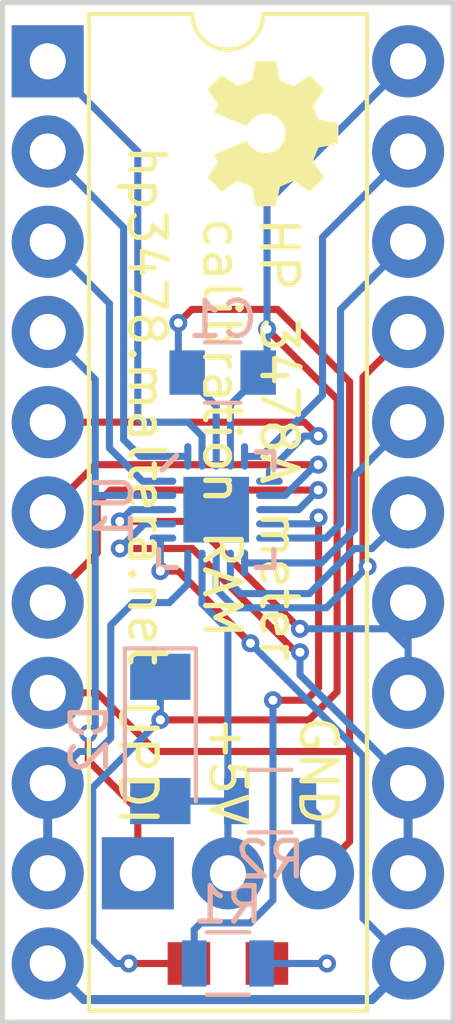
<source format=kicad_pcb>
(kicad_pcb (version 4) (host pcbnew 4.0.7)

  (general
    (links 34)
    (no_connects 0)
    (area 100.254999 99.873999 113.105001 128.726001)
    (thickness 1.6)
    (drawings 9)
    (tracks 171)
    (zones 0)
    (modules 9)
    (nets 22)
  )

  (page A4)
  (layers
    (0 F.Cu signal)
    (31 B.Cu signal)
    (32 B.Adhes user)
    (33 F.Adhes user)
    (34 B.Paste user)
    (35 F.Paste user)
    (36 B.SilkS user)
    (37 F.SilkS user)
    (38 B.Mask user)
    (39 F.Mask user)
    (40 Dwgs.User user)
    (41 Cmts.User user)
    (42 Eco1.User user)
    (43 Eco2.User user)
    (44 Edge.Cuts user)
    (45 Margin user)
    (46 B.CrtYd user)
    (47 F.CrtYd user)
    (48 B.Fab user hide)
    (49 F.Fab user)
  )

  (setup
    (last_trace_width 0.2)
    (trace_clearance 0.1524)
    (zone_clearance 0.508)
    (zone_45_only no)
    (trace_min 0.1524)
    (segment_width 0.2)
    (edge_width 0.15)
    (via_size 0.508)
    (via_drill 0.254)
    (via_min_size 0.508)
    (via_min_drill 0.254)
    (uvia_size 0.508)
    (uvia_drill 0.254)
    (uvias_allowed no)
    (uvia_min_size 0)
    (uvia_min_drill 0)
    (pcb_text_width 0.3)
    (pcb_text_size 1.5 1.5)
    (mod_edge_width 0.15)
    (mod_text_size 1 1)
    (mod_text_width 0.15)
    (pad_size 2.032 2.032)
    (pad_drill 1.016)
    (pad_to_mask_clearance 0.0508)
    (solder_mask_min_width 0.1016)
    (aux_axis_origin 0 0)
    (visible_elements FFFFEF7F)
    (pcbplotparams
      (layerselection 0x010f0_80000001)
      (usegerberextensions false)
      (excludeedgelayer true)
      (linewidth 0.100000)
      (plotframeref false)
      (viasonmask false)
      (mode 1)
      (useauxorigin false)
      (hpglpennumber 1)
      (hpglpenspeed 20)
      (hpglpendiameter 15)
      (hpglpenoverlay 2)
      (psnegative false)
      (psa4output false)
      (plotreference true)
      (plotvalue true)
      (plotinvisibletext false)
      (padsonsilk false)
      (subtractmaskfromsilk false)
      (outputformat 1)
      (mirror false)
      (drillshape 0)
      (scaleselection 1)
      (outputdirectory dist/))
  )

  (net 0 "")
  (net 1 /A3)
  (net 2 /D2)
  (net 3 /A2)
  (net 4 /D3)
  (net 5 /A1)
  (net 6 /A0)
  (net 7 /D4)
  (net 8 /A5)
  (net 9 /A6)
  (net 10 /CE2)
  (net 11 /A7)
  (net 12 /OD)
  (net 13 GND)
  (net 14 /~CE1)
  (net 15 /D1)
  (net 16 /R/W)
  (net 17 /A4)
  (net 18 VCC)
  (net 19 "Net-(D1-Pad1)")
  (net 20 /PS)
  (net 21 /LED)

  (net_class Default "This is the default net class."
    (clearance 0.1524)
    (trace_width 0.2)
    (via_dia 0.508)
    (via_drill 0.254)
    (uvia_dia 0.508)
    (uvia_drill 0.254)
    (add_net /A0)
    (add_net /A1)
    (add_net /A2)
    (add_net /A3)
    (add_net /A4)
    (add_net /A5)
    (add_net /A6)
    (add_net /A7)
    (add_net /CE2)
    (add_net /D1)
    (add_net /D2)
    (add_net /D3)
    (add_net /D4)
    (add_net /LED)
    (add_net /OD)
    (add_net /PS)
    (add_net /R/W)
    (add_net /~CE1)
    (add_net GND)
    (add_net "Net-(D1-Pad1)")
    (add_net VCC)
  )

  (module Housings_DFN_QFN:UQFN-20-1EP_3x3mm_Pitch0.4mm (layer B.Cu) (tedit 54130A77) (tstamp 5B2B9DCB)
    (at 106.3499 114.2224 270)
    (descr "20-Lead Ultra Thin Plastic Quad Flat, No Lead Package (JP) - 3x3x0.50 mm Body [UQFN]; (see Microchip Packaging Specification 00000049BS.pdf)")
    (tags "QFN 0.4")
    (path /5B2B9B0A)
    (solder_mask_margin 0.0254)
    (attr smd)
    (fp_text reference U1 (at 0 2.875 270) (layer B.SilkS)
      (effects (font (size 1 1) (thickness 0.15)) (justify mirror))
    )
    (fp_text value ATtiny406 (at 0 -2.875 270) (layer B.Fab)
      (effects (font (size 1 1) (thickness 0.15)) (justify mirror))
    )
    (fp_line (start -0.5 1.5) (end 1.5 1.5) (layer B.Fab) (width 0.15))
    (fp_line (start 1.5 1.5) (end 1.5 -1.5) (layer B.Fab) (width 0.15))
    (fp_line (start 1.5 -1.5) (end -1.5 -1.5) (layer B.Fab) (width 0.15))
    (fp_line (start -1.5 -1.5) (end -1.5 0.5) (layer B.Fab) (width 0.15))
    (fp_line (start -1.5 0.5) (end -0.5 1.5) (layer B.Fab) (width 0.15))
    (fp_line (start -2.15 2.15) (end -2.15 -2.15) (layer B.CrtYd) (width 0.05))
    (fp_line (start 2.15 2.15) (end 2.15 -2.15) (layer B.CrtYd) (width 0.05))
    (fp_line (start -2.15 2.15) (end 2.15 2.15) (layer B.CrtYd) (width 0.05))
    (fp_line (start -2.15 -2.15) (end 2.15 -2.15) (layer B.CrtYd) (width 0.05))
    (fp_line (start 1.625 1.625) (end 1.625 1.125) (layer B.SilkS) (width 0.15))
    (fp_line (start -1.625 -1.625) (end -1.625 -1.125) (layer B.SilkS) (width 0.15))
    (fp_line (start 1.625 -1.625) (end 1.625 -1.125) (layer B.SilkS) (width 0.15))
    (fp_line (start -1.524 1.1176) (end -1.1176 1.524) (layer B.SilkS) (width 0.15))
    (fp_line (start -1.625 -1.625) (end -1.125 -1.625) (layer B.SilkS) (width 0.15))
    (fp_line (start 1.625 -1.625) (end 1.125 -1.625) (layer B.SilkS) (width 0.15))
    (fp_line (start 1.625 1.625) (end 1.125 1.625) (layer B.SilkS) (width 0.15))
    (pad 1 smd oval (at -1.5 0.8 270) (size 0.75 0.2) (layers B.Cu B.Paste B.Mask)
      (net 3 /A2))
    (pad 2 smd oval (at -1.5 0.4 270) (size 0.75 0.2) (layers B.Cu B.Paste B.Mask)
      (net 1 /A3))
    (pad 3 smd oval (at -1.5 0 270) (size 0.75 0.2) (layers B.Cu B.Paste B.Mask)
      (net 13 GND))
    (pad 4 smd oval (at -1.5 -0.4 270) (size 0.75 0.2) (layers B.Cu B.Paste B.Mask)
      (net 18 VCC))
    (pad 5 smd oval (at -1.5 -0.8 270) (size 0.75 0.2) (layers B.Cu B.Paste B.Mask)
      (net 17 /A4))
    (pad 6 smd oval (at -0.8 -1.5 180) (size 0.75 0.2) (layers B.Cu B.Paste B.Mask)
      (net 8 /A5))
    (pad 7 smd oval (at -0.4 -1.5 180) (size 0.75 0.2) (layers B.Cu B.Paste B.Mask)
      (net 9 /A6))
    (pad 8 smd oval (at 0 -1.5 180) (size 0.75 0.2) (layers B.Cu B.Paste B.Mask)
      (net 11 /A7))
    (pad 9 smd oval (at 0.4 -1.5 180) (size 0.75 0.2) (layers B.Cu B.Paste B.Mask)
      (net 21 /LED))
    (pad 10 smd oval (at 0.8 -1.5 180) (size 0.75 0.2) (layers B.Cu B.Paste B.Mask)
      (net 16 /R/W))
    (pad 11 smd oval (at 1.5 -0.8 270) (size 0.75 0.2) (layers B.Cu B.Paste B.Mask)
      (net 12 /OD))
    (pad 12 smd oval (at 1.5 -0.4 270) (size 0.75 0.2) (layers B.Cu B.Paste B.Mask)
      (net 10 /CE2))
    (pad 13 smd oval (at 1.5 0 270) (size 0.75 0.2) (layers B.Cu B.Paste B.Mask)
      (net 14 /~CE1))
    (pad 14 smd oval (at 1.5 0.4 270) (size 0.75 0.2) (layers B.Cu B.Paste B.Mask)
      (net 20 /PS))
    (pad 15 smd oval (at 1.5 0.8 270) (size 0.75 0.2) (layers B.Cu B.Paste B.Mask)
      (net 15 /D1))
    (pad 16 smd oval (at 0.8 1.5 180) (size 0.75 0.2) (layers B.Cu B.Paste B.Mask)
      (net 2 /D2))
    (pad 17 smd oval (at 0.4 1.5 180) (size 0.75 0.2) (layers B.Cu B.Paste B.Mask)
      (net 4 /D3))
    (pad 18 smd oval (at 0 1.5 180) (size 0.75 0.2) (layers B.Cu B.Paste B.Mask)
      (net 7 /D4))
    (pad 19 smd oval (at -0.4 1.5 180) (size 0.75 0.2) (layers B.Cu B.Paste B.Mask)
      (net 6 /A0))
    (pad 20 smd oval (at -0.8 1.5 180) (size 0.75 0.2) (layers B.Cu B.Paste B.Mask)
      (net 5 /A1))
    (pad 21 smd rect (at 0.4625 -0.4625 270) (size 0.925 0.925) (layers B.Cu B.Paste B.Mask)
      (solder_paste_margin_ratio -0.2))
    (pad 21 smd rect (at 0.4625 0.4625 270) (size 0.925 0.925) (layers B.Cu B.Paste B.Mask)
      (solder_paste_margin_ratio -0.2))
    (pad 21 smd rect (at -0.4625 -0.4625 270) (size 0.925 0.925) (layers B.Cu B.Paste B.Mask)
      (solder_paste_margin_ratio -0.2))
    (pad 21 smd rect (at -0.4625 0.4625 270) (size 0.925 0.925) (layers B.Cu B.Paste B.Mask)
      (solder_paste_margin_ratio -0.2))
    (model ${KISYS3DMOD}/Housings_DFN_QFN.3dshapes/UQFN-20-1EP_3x3mm_Pitch0.4mm.wrl
      (at (xyz 0 0 0))
      (scale (xyz 1 1 1))
      (rotate (xyz 0 0 0))
    )
  )

  (module Housings_DIP:DIP-22_W10.16mm locked (layer F.Cu) (tedit 5B43B677) (tstamp 5B2B9DAF)
    (at 101.6 101.6)
    (descr "22-lead though-hole mounted DIP package, row spacing 10.16 mm (400 mils)")
    (tags "THT DIP DIL PDIP 2.54mm 10.16mm 400mil")
    (path /5B2B9F18)
    (fp_text reference J1 (at 5.08 -2.33) (layer F.SilkS) hide
      (effects (font (size 1 1) (thickness 0.15)))
    )
    (fp_text value uPD5101LC (at 5.08 27.73) (layer F.Fab) hide
      (effects (font (size 1 1) (thickness 0.15)))
    )
    (fp_arc (start 5.08 -1.33) (end 4.08 -1.33) (angle -180) (layer F.SilkS) (width 0.12))
    (fp_line (start 1.51 -1.27) (end 9.65 -1.27) (layer F.Fab) (width 0.1))
    (fp_line (start 9.65 -1.27) (end 9.65 26.67) (layer F.Fab) (width 0.1))
    (fp_line (start 9.65 26.67) (end 0.51 26.67) (layer F.Fab) (width 0.1))
    (fp_line (start 0.51 26.67) (end 0.51 -0.27) (layer F.Fab) (width 0.1))
    (fp_line (start 0.51 -0.27) (end 1.51 -1.27) (layer F.Fab) (width 0.1))
    (fp_line (start 4.08 -1.33) (end 1.16 -1.33) (layer F.SilkS) (width 0.12))
    (fp_line (start 1.16 -1.33) (end 1.16 26.73) (layer F.SilkS) (width 0.12))
    (fp_line (start 1.16 26.73) (end 9 26.73) (layer F.SilkS) (width 0.12))
    (fp_line (start 9 26.73) (end 9 -1.33) (layer F.SilkS) (width 0.12))
    (fp_line (start 9 -1.33) (end 6.08 -1.33) (layer F.SilkS) (width 0.12))
    (fp_line (start -1.05 -1.55) (end -1.05 26.95) (layer F.CrtYd) (width 0.05))
    (fp_line (start -1.05 26.95) (end 11.25 26.95) (layer F.CrtYd) (width 0.05))
    (fp_line (start 11.25 26.95) (end 11.25 -1.55) (layer F.CrtYd) (width 0.05))
    (fp_line (start 11.25 -1.55) (end -1.05 -1.55) (layer F.CrtYd) (width 0.05))
    (fp_text user %R (at 5.08 12.7) (layer F.Fab)
      (effects (font (size 1 1) (thickness 0.15)))
    )
    (pad 1 thru_hole rect (at 0 0) (size 2.032 2.032) (drill 1.016) (layers *.Cu *.Mask)
      (net 1 /A3))
    (pad 12 thru_hole oval (at 10.16 25.4) (size 2.032 2.032) (drill 1.016) (layers *.Cu *.Mask)
      (net 2 /D2))
    (pad 2 thru_hole oval (at 0 2.54) (size 2.032 2.032) (drill 1.016) (layers *.Cu *.Mask)
      (net 3 /A2))
    (pad 13 thru_hole oval (at 10.16 22.86) (size 2.032 2.032) (drill 1.016) (layers *.Cu *.Mask)
      (net 4 /D3))
    (pad 3 thru_hole oval (at 0 5.08) (size 2.032 2.032) (drill 1.016) (layers *.Cu *.Mask)
      (net 5 /A1))
    (pad 14 thru_hole oval (at 10.16 20.32) (size 2.032 2.032) (drill 1.016) (layers *.Cu *.Mask)
      (net 4 /D3))
    (pad 4 thru_hole oval (at 0 7.62) (size 2.032 2.032) (drill 1.016) (layers *.Cu *.Mask)
      (net 6 /A0))
    (pad 15 thru_hole oval (at 10.16 17.78) (size 2.032 2.032) (drill 1.016) (layers *.Cu *.Mask)
      (net 7 /D4))
    (pad 5 thru_hole oval (at 0 10.16) (size 2.032 2.032) (drill 1.016) (layers *.Cu *.Mask)
      (net 8 /A5))
    (pad 16 thru_hole oval (at 10.16 15.24) (size 2.032 2.032) (drill 1.016) (layers *.Cu *.Mask)
      (net 7 /D4))
    (pad 6 thru_hole oval (at 0 12.7) (size 2.032 2.032) (drill 1.016) (layers *.Cu *.Mask)
      (net 9 /A6))
    (pad 17 thru_hole oval (at 10.16 12.7) (size 2.032 2.032) (drill 1.016) (layers *.Cu *.Mask)
      (net 10 /CE2))
    (pad 7 thru_hole oval (at 0 15.24) (size 2.032 2.032) (drill 1.016) (layers *.Cu *.Mask)
      (net 11 /A7))
    (pad 18 thru_hole oval (at 10.16 10.16) (size 2.032 2.032) (drill 1.016) (layers *.Cu *.Mask)
      (net 12 /OD))
    (pad 8 thru_hole oval (at 0 17.78) (size 2.032 2.032) (drill 1.016) (layers *.Cu *.Mask)
      (net 13 GND))
    (pad 19 thru_hole oval (at 10.16 7.62) (size 2.032 2.032) (drill 1.016) (layers *.Cu *.Mask)
      (net 14 /~CE1))
    (pad 9 thru_hole oval (at 0 20.32) (size 2.032 2.032) (drill 1.016) (layers *.Cu *.Mask)
      (net 15 /D1))
    (pad 20 thru_hole oval (at 10.16 5.08) (size 2.032 2.032) (drill 1.016) (layers *.Cu *.Mask)
      (net 16 /R/W))
    (pad 10 thru_hole oval (at 0 22.86) (size 2.032 2.032) (drill 1.016) (layers *.Cu *.Mask)
      (net 15 /D1))
    (pad 21 thru_hole oval (at 10.16 2.54) (size 2.032 2.032) (drill 1.016) (layers *.Cu *.Mask)
      (net 17 /A4))
    (pad 11 thru_hole oval (at 0 25.4) (size 2.032 2.032) (drill 1.016) (layers *.Cu *.Mask)
      (net 2 /D2))
    (pad 22 thru_hole oval (at 10.16 0) (size 2.032 2.032) (drill 1.016) (layers *.Cu *.Mask)
      (net 18 VCC))
    (model ${KISYS3DMOD}/Housings_DIP.3dshapes/DIP-22_W10.16mm.wrl
      (at (xyz 0 0 0))
      (scale (xyz 1 1 1))
      (rotate (xyz 0 0 0))
    )
  )

  (module LEDs:LED_0805 (layer F.Cu) (tedit 5B2BCB30) (tstamp 5B2BB7B7)
    (at 106.68 127 180)
    (descr "LED 0805 smd package")
    (tags "LED led 0805 SMD smd SMT smt smdled SMDLED smtled SMTLED")
    (path /5B2BB0DB)
    (attr smd)
    (fp_text reference D1 (at 0 -1.45 180) (layer F.SilkS) hide
      (effects (font (size 1 1) (thickness 0.15)))
    )
    (fp_text value LED (at 0 1.55 180) (layer F.Fab) hide
      (effects (font (size 1 1) (thickness 0.15)))
    )
    (fp_line (start -0.4 -0.4) (end -0.4 0.4) (layer F.Fab) (width 0.1))
    (fp_line (start -0.4 0) (end 0.2 -0.4) (layer F.Fab) (width 0.1))
    (fp_line (start 0.2 0.4) (end -0.4 0) (layer F.Fab) (width 0.1))
    (fp_line (start 0.2 -0.4) (end 0.2 0.4) (layer F.Fab) (width 0.1))
    (fp_line (start 1 0.6) (end -1 0.6) (layer F.Fab) (width 0.1))
    (fp_line (start 1 -0.6) (end 1 0.6) (layer F.Fab) (width 0.1))
    (fp_line (start -1 -0.6) (end 1 -0.6) (layer F.Fab) (width 0.1))
    (fp_line (start -1 0.6) (end -1 -0.6) (layer F.Fab) (width 0.1))
    (fp_line (start 1.95 -0.85) (end 1.95 0.85) (layer F.CrtYd) (width 0.05))
    (fp_line (start 1.95 0.85) (end -1.95 0.85) (layer F.CrtYd) (width 0.05))
    (fp_line (start -1.95 0.85) (end -1.95 -0.85) (layer F.CrtYd) (width 0.05))
    (fp_line (start -1.95 -0.85) (end 1.95 -0.85) (layer F.CrtYd) (width 0.05))
    (fp_text user %R (at 0 0.889 180) (layer F.Fab)
      (effects (font (size 0.4 0.4) (thickness 0.1)))
    )
    (pad 2 smd rect (at 1.1 0) (size 1.2 1.2) (layers F.Cu F.Paste F.Mask)
      (net 18 VCC))
    (pad 1 smd rect (at -1.1 0) (size 1.2 1.2) (layers F.Cu F.Paste F.Mask)
      (net 19 "Net-(D1-Pad1)"))
    (model ${KISYS3DMOD}/LEDs.3dshapes/LED_0805.wrl
      (at (xyz 0 0 0))
      (scale (xyz 1 1 1))
      (rotate (xyz 0 0 180))
    )
  )

  (module Pin_Headers:Pin_Header_Straight_1x03_Pitch2.54mm (layer F.Cu) (tedit 5B43B510) (tstamp 5B2BB7C4)
    (at 104.14 124.46 90)
    (descr "Through hole straight pin header, 1x03, 2.54mm pitch, single row")
    (tags "Through hole pin header THT 1x03 2.54mm single row")
    (path /5B2BB875)
    (fp_text reference J2 (at 0 -2.33 90) (layer F.SilkS) hide
      (effects (font (size 1 1) (thickness 0.15)))
    )
    (fp_text value PROG_HDR (at 0 7.41 90) (layer F.Fab) hide
      (effects (font (size 1 1) (thickness 0.15)))
    )
    (fp_line (start -0.635 -1.27) (end 1.27 -1.27) (layer F.Fab) (width 0.1))
    (fp_line (start 1.27 -1.27) (end 1.27 6.35) (layer F.Fab) (width 0.1))
    (fp_line (start 1.27 6.35) (end -1.27 6.35) (layer F.Fab) (width 0.1))
    (fp_line (start -1.27 6.35) (end -1.27 -0.635) (layer F.Fab) (width 0.1))
    (fp_line (start -1.27 -0.635) (end -0.635 -1.27) (layer F.Fab) (width 0.1))
    (fp_line (start -1.8 -1.8) (end -1.8 6.85) (layer F.CrtYd) (width 0.05))
    (fp_line (start -1.8 6.85) (end 1.8 6.85) (layer F.CrtYd) (width 0.05))
    (fp_line (start 1.8 6.85) (end 1.8 -1.8) (layer F.CrtYd) (width 0.05))
    (fp_line (start 1.8 -1.8) (end -1.8 -1.8) (layer F.CrtYd) (width 0.05))
    (fp_text user %R (at 0 2.54 180) (layer F.Fab)
      (effects (font (size 1 1) (thickness 0.15)))
    )
    (pad 1 thru_hole rect (at 0 0 90) (size 2.032 2.032) (drill 1.016) (layers *.Cu *.Mask)
      (net 6 /A0))
    (pad 2 thru_hole oval (at 0 2.54 90) (size 2.032 2.032) (drill 1.016) (layers *.Cu *.Mask)
      (net 20 /PS))
    (pad 3 thru_hole oval (at 0 5.08 90) (size 2.032 2.032) (drill 1.016) (layers *.Cu *.Mask)
      (net 13 GND))
    (model ${KISYS3DMOD}/Pin_Headers.3dshapes/Pin_Header_Straight_1x03_Pitch2.54mm.wrl
      (at (xyz 0 0 0))
      (scale (xyz 1 1 1))
      (rotate (xyz 0 0 0))
    )
  )

  (module custom:OSHW (layer F.Cu) (tedit 5B2BF75A) (tstamp 5B2C3C50)
    (at 107.95 103.632 270)
    (descr "Imported from /home/sam/Downloads/oshw.svg")
    (tags svg2mod)
    (attr smd)
    (fp_text reference OSHW (at 0 -4.878245 270) (layer F.SilkS) hide
      (effects (font (thickness 0.3048)))
    )
    (fp_text value LOGO (at 0 4.878245 270) (layer F.SilkS) hide
      (effects (font (thickness 0.3048)))
    )
    (fp_poly (pts (xy 2.009917 -0.081788) (xy 1.510932 -0.17458) (xy 1.481398 -0.19998) (xy 1.328445 -0.556819)
      (xy 1.330872 -0.595399) (xy 1.6216 -1.019136) (xy 1.618414 -1.053617) (xy 1.255293 -1.416739)
      (xy 1.220842 -1.419928) (xy 0.789667 -1.124038) (xy 0.750905 -1.121215) (xy 0.404995 -1.262815)
      (xy 0.379496 -1.292016) (xy 0.283426 -1.808119) (xy 0.256807 -1.830245) (xy -0.256778 -1.830245)
      (xy -0.283369 -1.808119) (xy -0.379408 -1.292016) (xy -0.404904 -1.262815) (xy -0.750845 -1.121215)
      (xy -0.789607 -1.124038) (xy -1.220751 -1.419928) (xy -1.255233 -1.416739) (xy -1.618385 -1.053617)
      (xy -1.621571 -1.019136) (xy -1.330813 -0.595399) (xy -1.328414 -0.556819) (xy -1.481397 -0.19998)
      (xy -1.510931 -0.17458) (xy -2.009886 -0.081788) (xy -2.032015 -0.055146) (xy -2.031984 0.458408)
      (xy -2.009855 0.48505) (xy -1.523133 0.575626) (xy -1.494236 0.601224) (xy -1.342286 0.980796)
      (xy -1.34517 1.019559) (xy -1.621632 1.422442) (xy -1.618445 1.456955) (xy -1.255263 1.820077)
      (xy -1.220781 1.823266) (xy -0.82503 1.551632) (xy -0.787087 1.550221) (xy -0.612553 1.643408)
      (xy -0.583869 1.632853) (xy -0.223996 0.763309) (xy -0.234559 0.7308) (xy -0.278238 0.704046)
      (xy -0.305859 0.682879) (xy -0.443842 0.558673) (xy -0.535025 0.395419) (xy -0.567964 0.204476)
      (xy -0.539007 0.024957) (xy -0.458375 -0.130951) (xy -0.335428 -0.253894) (xy -0.179521 -0.33452)
      (xy -0.000015 -0.363474) (xy 0.179488 -0.33452) (xy 0.335387 -0.253894) (xy 0.458326 -0.130951)
      (xy 0.53895 0.024957) (xy 0.567903 0.204476) (xy 0.534972 0.395419) (xy 0.443795 0.558673)
      (xy 0.305799 0.682879) (xy 0.278237 0.704046) (xy 0.234558 0.7308) (xy 0.223994 0.763309)
      (xy 0.583838 1.632884) (xy 0.612522 1.643439) (xy 0.787056 1.550255) (xy 0.824998 1.551666)
      (xy 1.22078 1.823302) (xy 1.255232 1.820113) (xy 1.618414 1.456992) (xy 1.6216 1.422479)
      (xy 1.345108 1.019593) (xy 1.342255 0.980832) (xy 1.494205 0.601257) (xy 1.523072 0.57566)
      (xy 2.009794 0.485084) (xy 2.031923 0.458442) (xy 2.031985 -0.055107) (xy 2.009918 -0.081777)
      (xy 2.009917 -0.081788)) (layer F.SilkS) (width 0.030354))
  )

  (module Capacitors_SMD:C_0805 (layer B.Cu) (tedit 58AA8463) (tstamp 5B401B79)
    (at 106.533 110.363 180)
    (descr "Capacitor SMD 0805, reflow soldering, AVX (see smccp.pdf)")
    (tags "capacitor 0805")
    (path /5B2BAD67)
    (attr smd)
    (fp_text reference C1 (at 0 1.5 180) (layer B.SilkS)
      (effects (font (size 1 1) (thickness 0.15)) (justify mirror))
    )
    (fp_text value 0.1uF (at 0 -1.75 180) (layer B.Fab)
      (effects (font (size 1 1) (thickness 0.15)) (justify mirror))
    )
    (fp_text user %R (at 0 1.5 180) (layer B.Fab)
      (effects (font (size 1 1) (thickness 0.15)) (justify mirror))
    )
    (fp_line (start -1 -0.62) (end -1 0.62) (layer B.Fab) (width 0.1))
    (fp_line (start 1 -0.62) (end -1 -0.62) (layer B.Fab) (width 0.1))
    (fp_line (start 1 0.62) (end 1 -0.62) (layer B.Fab) (width 0.1))
    (fp_line (start -1 0.62) (end 1 0.62) (layer B.Fab) (width 0.1))
    (fp_line (start 0.5 0.85) (end -0.5 0.85) (layer B.SilkS) (width 0.12))
    (fp_line (start -0.5 -0.85) (end 0.5 -0.85) (layer B.SilkS) (width 0.12))
    (fp_line (start -1.75 0.88) (end 1.75 0.88) (layer B.CrtYd) (width 0.05))
    (fp_line (start -1.75 0.88) (end -1.75 -0.87) (layer B.CrtYd) (width 0.05))
    (fp_line (start 1.75 -0.87) (end 1.75 0.88) (layer B.CrtYd) (width 0.05))
    (fp_line (start 1.75 -0.87) (end -1.75 -0.87) (layer B.CrtYd) (width 0.05))
    (pad 1 smd rect (at -1 0 180) (size 1 1.25) (layers B.Cu B.Paste B.Mask)
      (net 18 VCC))
    (pad 2 smd rect (at 1 0 180) (size 1 1.25) (layers B.Cu B.Paste B.Mask)
      (net 13 GND))
    (model Capacitors_SMD.3dshapes/C_0805.wrl
      (at (xyz 0 0 0))
      (scale (xyz 1 1 1))
      (rotate (xyz 0 0 0))
    )
  )

  (module Diodes_SMD:D_MiniMELF (layer B.Cu) (tedit 5905D8F5) (tstamp 5B401B7E)
    (at 104.775 120.678 270)
    (descr "Diode Mini-MELF")
    (tags "Diode Mini-MELF")
    (path /5B2BB5D0)
    (attr smd)
    (fp_text reference D2 (at 0 2 270) (layer B.SilkS)
      (effects (font (size 1 1) (thickness 0.15)) (justify mirror))
    )
    (fp_text value D (at 0 -1.75 270) (layer B.Fab)
      (effects (font (size 1 1) (thickness 0.15)) (justify mirror))
    )
    (fp_text user %R (at 0 2 270) (layer B.Fab)
      (effects (font (size 1 1) (thickness 0.15)) (justify mirror))
    )
    (fp_line (start 1.75 1) (end -2.55 1) (layer B.SilkS) (width 0.12))
    (fp_line (start -2.55 1) (end -2.55 -1) (layer B.SilkS) (width 0.12))
    (fp_line (start -2.55 -1) (end 1.75 -1) (layer B.SilkS) (width 0.12))
    (fp_line (start 1.65 0.8) (end 1.65 -0.8) (layer B.Fab) (width 0.1))
    (fp_line (start 1.65 -0.8) (end -1.65 -0.8) (layer B.Fab) (width 0.1))
    (fp_line (start -1.65 -0.8) (end -1.65 0.8) (layer B.Fab) (width 0.1))
    (fp_line (start -1.65 0.8) (end 1.65 0.8) (layer B.Fab) (width 0.1))
    (fp_line (start 0.25 0) (end 0.75 0) (layer B.Fab) (width 0.1))
    (fp_line (start 0.25 -0.4) (end -0.35 0) (layer B.Fab) (width 0.1))
    (fp_line (start 0.25 0.4) (end 0.25 -0.4) (layer B.Fab) (width 0.1))
    (fp_line (start -0.35 0) (end 0.25 0.4) (layer B.Fab) (width 0.1))
    (fp_line (start -0.35 0) (end -0.35 -0.55) (layer B.Fab) (width 0.1))
    (fp_line (start -0.35 0) (end -0.35 0.55) (layer B.Fab) (width 0.1))
    (fp_line (start -0.75 0) (end -0.35 0) (layer B.Fab) (width 0.1))
    (fp_line (start -2.65 1.1) (end 2.65 1.1) (layer B.CrtYd) (width 0.05))
    (fp_line (start 2.65 1.1) (end 2.65 -1.1) (layer B.CrtYd) (width 0.05))
    (fp_line (start 2.65 -1.1) (end -2.65 -1.1) (layer B.CrtYd) (width 0.05))
    (fp_line (start -2.65 -1.1) (end -2.65 1.1) (layer B.CrtYd) (width 0.05))
    (pad 1 smd rect (at -1.75 0 270) (size 1.3 1.7) (layers B.Cu B.Paste B.Mask)
      (net 18 VCC))
    (pad 2 smd rect (at 1.75 0 270) (size 1.3 1.7) (layers B.Cu B.Paste B.Mask)
      (net 20 /PS))
    (model ${KISYS3DMOD}/Diodes_SMD.3dshapes/D_MiniMELF.wrl
      (at (xyz 0 0 0))
      (scale (xyz 1 1 1))
      (rotate (xyz 0 0 0))
    )
  )

  (module Resistors_SMD:R_0805 (layer B.Cu) (tedit 58E0A804) (tstamp 5B401B83)
    (at 106.68 127 180)
    (descr "Resistor SMD 0805, reflow soldering, Vishay (see dcrcw.pdf)")
    (tags "resistor 0805")
    (path /5B2BB1AF)
    (attr smd)
    (fp_text reference R1 (at 0 1.65 180) (layer B.SilkS)
      (effects (font (size 1 1) (thickness 0.15)) (justify mirror))
    )
    (fp_text value 470R (at 0 -1.75 180) (layer B.Fab)
      (effects (font (size 1 1) (thickness 0.15)) (justify mirror))
    )
    (fp_text user %R (at 0 0 180) (layer B.Fab)
      (effects (font (size 0.5 0.5) (thickness 0.075)) (justify mirror))
    )
    (fp_line (start -1 -0.62) (end -1 0.62) (layer B.Fab) (width 0.1))
    (fp_line (start 1 -0.62) (end -1 -0.62) (layer B.Fab) (width 0.1))
    (fp_line (start 1 0.62) (end 1 -0.62) (layer B.Fab) (width 0.1))
    (fp_line (start -1 0.62) (end 1 0.62) (layer B.Fab) (width 0.1))
    (fp_line (start 0.6 -0.88) (end -0.6 -0.88) (layer B.SilkS) (width 0.12))
    (fp_line (start -0.6 0.88) (end 0.6 0.88) (layer B.SilkS) (width 0.12))
    (fp_line (start -1.55 0.9) (end 1.55 0.9) (layer B.CrtYd) (width 0.05))
    (fp_line (start -1.55 0.9) (end -1.55 -0.9) (layer B.CrtYd) (width 0.05))
    (fp_line (start 1.55 -0.9) (end 1.55 0.9) (layer B.CrtYd) (width 0.05))
    (fp_line (start 1.55 -0.9) (end -1.55 -0.9) (layer B.CrtYd) (width 0.05))
    (pad 1 smd rect (at -0.95 0 180) (size 0.7 1.3) (layers B.Cu B.Paste B.Mask)
      (net 19 "Net-(D1-Pad1)"))
    (pad 2 smd rect (at 0.95 0 180) (size 0.7 1.3) (layers B.Cu B.Paste B.Mask)
      (net 21 /LED))
    (model ${KISYS3DMOD}/Resistors_SMD.3dshapes/R_0805.wrl
      (at (xyz 0 0 0))
      (scale (xyz 1 1 1))
      (rotate (xyz 0 0 0))
    )
  )

  (module Resistors_SMD:R_0805 (layer B.Cu) (tedit 58E0A804) (tstamp 5B401B88)
    (at 107.87 122.428)
    (descr "Resistor SMD 0805, reflow soldering, Vishay (see dcrcw.pdf)")
    (tags "resistor 0805")
    (path /5B2BB707)
    (attr smd)
    (fp_text reference R2 (at 0 1.65) (layer B.SilkS)
      (effects (font (size 1 1) (thickness 0.15)) (justify mirror))
    )
    (fp_text value 4k7 (at 0 -1.75) (layer B.Fab)
      (effects (font (size 1 1) (thickness 0.15)) (justify mirror))
    )
    (fp_text user %R (at 0 0) (layer B.Fab)
      (effects (font (size 0.5 0.5) (thickness 0.075)) (justify mirror))
    )
    (fp_line (start -1 -0.62) (end -1 0.62) (layer B.Fab) (width 0.1))
    (fp_line (start 1 -0.62) (end -1 -0.62) (layer B.Fab) (width 0.1))
    (fp_line (start 1 0.62) (end 1 -0.62) (layer B.Fab) (width 0.1))
    (fp_line (start -1 0.62) (end 1 0.62) (layer B.Fab) (width 0.1))
    (fp_line (start 0.6 -0.88) (end -0.6 -0.88) (layer B.SilkS) (width 0.12))
    (fp_line (start -0.6 0.88) (end 0.6 0.88) (layer B.SilkS) (width 0.12))
    (fp_line (start -1.55 0.9) (end 1.55 0.9) (layer B.CrtYd) (width 0.05))
    (fp_line (start -1.55 0.9) (end -1.55 -0.9) (layer B.CrtYd) (width 0.05))
    (fp_line (start 1.55 -0.9) (end 1.55 0.9) (layer B.CrtYd) (width 0.05))
    (fp_line (start 1.55 -0.9) (end -1.55 -0.9) (layer B.CrtYd) (width 0.05))
    (pad 1 smd rect (at -0.95 0) (size 0.7 1.3) (layers B.Cu B.Paste B.Mask)
      (net 20 /PS))
    (pad 2 smd rect (at 0.95 0) (size 0.7 1.3) (layers B.Cu B.Paste B.Mask)
      (net 13 GND))
    (model ${KISYS3DMOD}/Resistors_SMD.3dshapes/R_0805.wrl
      (at (xyz 0 0 0))
      (scale (xyz 1 1 1))
      (rotate (xyz 0 0 0))
    )
  )

  (gr_text "HP 3478A meter\ncalibration RAM\n" (at 107.315 105.918 270) (layer F.SilkS) (tstamp 5B441BE6)
    (effects (font (size 1 1) (thickness 0.15)) (justify left))
  )
  (gr_text UPDI (at 104.14 123.19 270) (layer F.SilkS) (tstamp 5B441AB5)
    (effects (font (size 1 1) (thickness 0.15)) (justify right))
  )
  (gr_text +5V (at 106.68 123.19 270) (layer F.SilkS) (tstamp 5B441AAC)
    (effects (font (size 1 1) (thickness 0.15)) (justify right))
  )
  (gr_text GND (at 109.22 123.19 270) (layer F.SilkS) (tstamp 5B441A8F)
    (effects (font (size 1 1) (thickness 0.15)) (justify right))
  )
  (gr_text "hp3478.maltera.net\n" (at 104.394 103.886 270) (layer F.SilkS)
    (effects (font (size 1 1) (thickness 0.15)) (justify left))
  )
  (gr_line (start 100.33 128.651) (end 100.33 99.949) (layer Edge.Cuts) (width 0.15))
  (gr_line (start 113.03 128.651) (end 100.33 128.651) (layer Edge.Cuts) (width 0.15))
  (gr_line (start 113.03 99.949) (end 113.03 128.651) (layer Edge.Cuts) (width 0.15))
  (gr_line (start 100.33 99.949) (end 113.03 99.949) (layer Edge.Cuts) (width 0.15))

  (segment (start 105.9499 112.7224) (end 105.9499 112.1474) (width 0.2) (layer B.Cu) (net 1) (status 10))
  (segment (start 105.9499 112.1474) (end 105.5625 111.76) (width 0.2) (layer B.Cu) (net 1))
  (segment (start 105.5625 111.76) (end 104.267 111.76) (width 0.2) (layer B.Cu) (net 1))
  (segment (start 104.267 111.76) (end 104.14 111.633) (width 0.2) (layer B.Cu) (net 1))
  (segment (start 104.14 111.633) (end 104.14 104.14) (width 0.2) (layer B.Cu) (net 1))
  (segment (start 104.14 104.14) (end 101.6 101.6) (width 0.2) (layer B.Cu) (net 1) (status 20))
  (segment (start 104.775 115.950998) (end 104.775002 115.951) (width 0.2) (layer F.Cu) (net 2))
  (segment (start 104.775002 115.951) (end 105.283 115.951) (width 0.2) (layer F.Cu) (net 2))
  (segment (start 105.283 115.951) (end 107.314986 117.982986) (width 0.2) (layer F.Cu) (net 2))
  (segment (start 107.314986 117.982986) (end 107.315 117.982986) (width 0.2) (layer F.Cu) (net 2))
  (segment (start 110.49 121.157986) (end 107.315 117.982986) (width 0.2) (layer B.Cu) (net 2))
  (segment (start 111.76 127) (end 110.49 125.73) (width 0.2) (layer B.Cu) (net 2) (status 10))
  (segment (start 110.49 125.73) (end 110.49 121.157986) (width 0.2) (layer B.Cu) (net 2))
  (via (at 107.315 117.982986) (size 0.508) (drill 0.254) (layers F.Cu B.Cu) (net 2))
  (segment (start 101.6 127) (end 102.616 128.016) (width 0.254) (layer B.Cu) (net 2) (status 10))
  (segment (start 102.616 128.016) (end 110.744 128.016) (width 0.254) (layer B.Cu) (net 2))
  (segment (start 110.744 128.016) (end 111.76 127) (width 0.254) (layer B.Cu) (net 2) (status 20))
  (segment (start 104.775 115.950998) (end 104.775 115.0973) (width 0.2) (layer B.Cu) (net 2) (status 20))
  (segment (start 104.775 115.0973) (end 104.8499 115.0224) (width 0.2) (layer B.Cu) (net 2) (status 30))
  (via (at 104.775 115.950998) (size 0.508) (drill 0.254) (layers F.Cu B.Cu) (net 2))
  (segment (start 105.5499 112.7224) (end 104.2134 112.7224) (width 0.2) (layer B.Cu) (net 3) (status 10))
  (segment (start 104.2134 112.7224) (end 103.739989 112.248989) (width 0.2) (layer B.Cu) (net 3))
  (segment (start 103.739989 112.248989) (end 103.739989 106.279989) (width 0.2) (layer B.Cu) (net 3))
  (segment (start 103.739989 106.279989) (end 101.6 104.14) (width 0.2) (layer B.Cu) (net 3) (status 20))
  (segment (start 105.676524 115.316) (end 108.597524 118.237) (width 0.2) (layer F.Cu) (net 4))
  (segment (start 103.632 115.316) (end 105.676524 115.316) (width 0.2) (layer F.Cu) (net 4))
  (segment (start 108.712 118.872) (end 108.712 118.237) (width 0.2) (layer B.Cu) (net 4))
  (via (at 108.712 118.237) (size 0.508) (drill 0.254) (layers F.Cu B.Cu) (net 4))
  (segment (start 108.597524 118.237) (end 108.712 118.237) (width 0.2) (layer F.Cu) (net 4))
  (segment (start 111.76 121.92) (end 108.712 118.872) (width 0.2) (layer B.Cu) (net 4) (status 10))
  (segment (start 104.8499 114.6224) (end 104.3256 114.6224) (width 0.2) (layer B.Cu) (net 4) (status 10))
  (segment (start 104.3256 114.6224) (end 103.632 115.316) (width 0.2) (layer B.Cu) (net 4))
  (via (at 103.632 115.316) (size 0.508) (drill 0.254) (layers F.Cu B.Cu) (net 4))
  (segment (start 111.76 124.46) (end 111.76 121.92) (width 0.254) (layer B.Cu) (net 4) (status 30))
  (segment (start 104.8499 113.4224) (end 104.2749 113.4224) (width 0.2) (layer B.Cu) (net 5) (status 10))
  (segment (start 104.2749 113.4224) (end 103.339979 112.487479) (width 0.2) (layer B.Cu) (net 5))
  (segment (start 103.339979 112.487479) (end 103.339979 108.419979) (width 0.2) (layer B.Cu) (net 5))
  (segment (start 103.339979 108.419979) (end 101.6 106.68) (width 0.2) (layer B.Cu) (net 5) (status 20))
  (segment (start 104.14 122.682) (end 102.743 121.285) (width 0.2) (layer F.Cu) (net 6))
  (segment (start 102.743 120.523) (end 102.743 121.285) (width 0.2) (layer F.Cu) (net 6))
  (segment (start 102.939969 113.792) (end 102.939969 120.326031) (width 0.2) (layer B.Cu) (net 6))
  (segment (start 102.939969 120.326031) (end 102.743 120.523) (width 0.2) (layer B.Cu) (net 6))
  (via (at 102.743 120.523) (size 0.508) (drill 0.254) (layers F.Cu B.Cu) (net 6))
  (segment (start 102.939969 113.792) (end 102.939969 110.559969) (width 0.2) (layer B.Cu) (net 6))
  (segment (start 104.8499 113.8224) (end 102.970369 113.8224) (width 0.2) (layer B.Cu) (net 6) (status 10))
  (segment (start 102.970369 113.8224) (end 102.939969 113.792) (width 0.2) (layer B.Cu) (net 6))
  (segment (start 104.14 124.46) (end 104.14 122.682) (width 0.2) (layer F.Cu) (net 6) (status 10))
  (segment (start 102.939969 110.559969) (end 101.6 109.22) (width 0.2) (layer B.Cu) (net 6) (status 20))
  (via (at 108.709426 117.576593) (size 0.508) (drill 0.254) (layers F.Cu B.Cu) (net 7))
  (segment (start 111.76 118.11) (end 111.226593 117.576593) (width 0.2) (layer B.Cu) (net 7) (status 20))
  (segment (start 105.686833 114.554) (end 108.709426 117.576593) (width 0.2) (layer F.Cu) (net 7))
  (segment (start 111.226593 117.576593) (end 108.709426 117.576593) (width 0.2) (layer B.Cu) (net 7) (status 10))
  (segment (start 103.632 114.554) (end 105.686833 114.554) (width 0.2) (layer F.Cu) (net 7))
  (segment (start 103.9636 114.2224) (end 103.632 114.554) (width 0.2) (layer B.Cu) (net 7))
  (segment (start 104.8499 114.2224) (end 103.9636 114.2224) (width 0.2) (layer B.Cu) (net 7) (status 10))
  (via (at 103.632 114.554) (size 0.508) (drill 0.254) (layers F.Cu B.Cu) (net 7))
  (segment (start 111.76 118.11) (end 111.76 119.38) (width 0.2) (layer B.Cu) (net 7) (status 20))
  (segment (start 111.76 116.84) (end 111.76 118.11) (width 0.2) (layer B.Cu) (net 7) (status 10))
  (segment (start 101.6 111.76) (end 108.839 111.76) (width 0.2) (layer F.Cu) (net 8) (status 10))
  (segment (start 108.839 111.76) (end 109.230738 112.151738) (width 0.2) (layer F.Cu) (net 8))
  (segment (start 107.8499 113.4224) (end 107.8499 113.1301) (width 0.2) (layer B.Cu) (net 8) (status 10))
  (segment (start 107.8499 113.1301) (end 108.828262 112.151738) (width 0.2) (layer B.Cu) (net 8))
  (segment (start 108.828262 112.151738) (end 109.230738 112.151738) (width 0.2) (layer B.Cu) (net 8))
  (via (at 109.230738 112.151738) (size 0.508) (drill 0.254) (layers F.Cu B.Cu) (net 8))
  (segment (start 101.6 114.3) (end 102.942993 112.957007) (width 0.2) (layer F.Cu) (net 9) (status 10))
  (segment (start 102.942993 112.957007) (end 109.225168 112.957007) (width 0.2) (layer F.Cu) (net 9))
  (segment (start 107.8499 113.8224) (end 108.290599 113.8224) (width 0.2) (layer B.Cu) (net 9) (status 10))
  (segment (start 108.290599 113.8224) (end 109.155992 112.957007) (width 0.2) (layer B.Cu) (net 9))
  (segment (start 109.155992 112.957007) (end 109.225168 112.957007) (width 0.2) (layer B.Cu) (net 9))
  (via (at 109.225168 112.957007) (size 0.508) (drill 0.254) (layers F.Cu B.Cu) (net 9))
  (segment (start 106.7499 115.7224) (end 106.7499 116.2974) (width 0.2) (layer B.Cu) (net 10) (status 10))
  (segment (start 106.7499 116.2974) (end 107.0385 116.586) (width 0.2) (layer B.Cu) (net 10))
  (segment (start 107.0385 116.586) (end 108.978526 116.586) (width 0.2) (layer B.Cu) (net 10))
  (segment (start 108.978526 116.586) (end 110.246927 115.317599) (width 0.2) (layer B.Cu) (net 10))
  (segment (start 110.246927 115.317599) (end 110.742401 115.317599) (width 0.2) (layer B.Cu) (net 10))
  (segment (start 110.742401 115.317599) (end 111.76 114.3) (width 0.2) (layer B.Cu) (net 10) (status 20))
  (segment (start 101.6 116.84) (end 102.997 115.443) (width 0.2) (layer F.Cu) (net 11) (status 10))
  (segment (start 102.997 115.443) (end 102.997 114.046) (width 0.2) (layer F.Cu) (net 11))
  (segment (start 102.997 114.046) (end 103.372256 113.670744) (width 0.2) (layer F.Cu) (net 11))
  (segment (start 103.372256 113.670744) (end 109.225744 113.670744) (width 0.2) (layer F.Cu) (net 11))
  (segment (start 107.8499 114.2224) (end 108.674088 114.2224) (width 0.2) (layer B.Cu) (net 11) (status 10))
  (segment (start 108.674088 114.2224) (end 109.225744 113.670744) (width 0.2) (layer B.Cu) (net 11))
  (via (at 109.225744 113.670744) (size 0.508) (drill 0.254) (layers F.Cu B.Cu) (net 11))
  (segment (start 107.1499 115.7224) (end 109.310223 115.7224) (width 0.2) (layer B.Cu) (net 12) (status 10))
  (segment (start 110.25501 113.26499) (end 110.25501 114.777613) (width 0.2) (layer B.Cu) (net 12))
  (segment (start 110.25501 114.777613) (end 109.310223 115.7224) (width 0.2) (layer B.Cu) (net 12))
  (segment (start 111.76 111.76) (end 110.25501 113.26499) (width 0.2) (layer B.Cu) (net 12) (status 10))
  (segment (start 101.6 119.38) (end 102.997 119.38) (width 0.2) (layer F.Cu) (net 13) (status 10))
  (segment (start 102.997 119.38) (end 104.648 121.031) (width 0.2) (layer F.Cu) (net 13))
  (segment (start 104.648 121.031) (end 110.110578 121.031) (width 0.2) (layer F.Cu) (net 13))
  (segment (start 110.110578 110.618578) (end 110.110578 121.031) (width 0.2) (layer F.Cu) (net 13))
  (segment (start 110.110578 121.031) (end 110.110578 123.569422) (width 0.2) (layer F.Cu) (net 13))
  (segment (start 105.283 108.966) (end 105.664 108.585) (width 0.2) (layer F.Cu) (net 13))
  (segment (start 105.664 108.585) (end 108.077 108.585) (width 0.2) (layer F.Cu) (net 13))
  (segment (start 108.077 108.585) (end 110.110578 110.618578) (width 0.2) (layer F.Cu) (net 13))
  (segment (start 110.110578 123.569422) (end 109.22 124.46) (width 0.2) (layer F.Cu) (net 13) (status 20))
  (segment (start 109.22 124.46) (end 109.22 122.828) (width 0.2) (layer B.Cu) (net 13) (status 10))
  (segment (start 109.22 122.828) (end 108.82 122.428) (width 0.2) (layer B.Cu) (net 13) (status 20))
  (via (at 105.283 108.966) (size 0.508) (drill 0.254) (layers F.Cu B.Cu) (net 13))
  (segment (start 105.283 110.363) (end 105.283 108.966) (width 0.2) (layer B.Cu) (net 13) (status 10))
  (segment (start 106.3499 112.7224) (end 106.3499 111.3049) (width 0.2) (layer B.Cu) (net 13) (status 10))
  (segment (start 106.3499 111.3049) (end 105.408 110.363) (width 0.2) (layer B.Cu) (net 13) (status 20))
  (segment (start 105.408 110.363) (end 105.283 110.363) (width 0.2) (layer B.Cu) (net 13) (status 30))
  (segment (start 110.489993 110.490007) (end 110.489993 115.696993) (width 0.2) (layer F.Cu) (net 14))
  (segment (start 110.61698 115.824) (end 110.61698 115.82398) (width 0.2) (layer F.Cu) (net 14))
  (segment (start 110.61698 115.82398) (end 110.489993 115.696993) (width 0.2) (layer F.Cu) (net 14))
  (segment (start 111.76 109.22) (end 110.489993 110.490007) (width 0.2) (layer F.Cu) (net 14) (status 10))
  (segment (start 109.45497 116.98601) (end 110.61698 115.824) (width 0.2) (layer B.Cu) (net 14))
  (segment (start 106.3499 116.463098) (end 106.872812 116.98601) (width 0.2) (layer B.Cu) (net 14))
  (segment (start 106.3499 115.7224) (end 106.3499 116.463098) (width 0.2) (layer B.Cu) (net 14) (status 10))
  (via (at 110.61698 115.824) (size 0.508) (drill 0.254) (layers F.Cu B.Cu) (net 14))
  (segment (start 106.872812 116.98601) (end 109.45497 116.98601) (width 0.2) (layer B.Cu) (net 14))
  (segment (start 105.5499 115.7224) (end 105.5499 116.3191) (width 0.2) (layer B.Cu) (net 15) (status 10))
  (segment (start 105.5499 116.3191) (end 105.029 116.84) (width 0.2) (layer B.Cu) (net 15))
  (segment (start 105.029 116.84) (end 104.013 116.84) (width 0.2) (layer B.Cu) (net 15))
  (segment (start 104.013 116.84) (end 103.378 117.475) (width 0.2) (layer B.Cu) (net 15))
  (segment (start 103.378 117.475) (end 103.378 120.65) (width 0.2) (layer B.Cu) (net 15))
  (segment (start 102.489 121.031) (end 101.6 121.92) (width 0.2) (layer B.Cu) (net 15) (status 20))
  (segment (start 103.378 120.65) (end 102.997 121.031) (width 0.2) (layer B.Cu) (net 15))
  (segment (start 102.997 121.031) (end 102.489 121.031) (width 0.2) (layer B.Cu) (net 15))
  (segment (start 101.6 124.46) (end 101.6 121.92) (width 0.254) (layer B.Cu) (net 15) (status 30))
  (segment (start 109.855 114.611924) (end 109.855 108.585) (width 0.2) (layer B.Cu) (net 16))
  (segment (start 111.76 106.68) (end 109.855 108.585) (width 0.2) (layer B.Cu) (net 16) (status 10))
  (segment (start 109.444524 115.0224) (end 109.855 114.611924) (width 0.2) (layer B.Cu) (net 16))
  (segment (start 107.8499 115.0224) (end 109.444524 115.0224) (width 0.2) (layer B.Cu) (net 16) (status 10))
  (segment (start 107.1499 112.7224) (end 107.6226 112.7224) (width 0.2) (layer B.Cu) (net 17) (status 10))
  (segment (start 107.6226 112.7224) (end 109.347 110.998) (width 0.2) (layer B.Cu) (net 17))
  (segment (start 109.347 110.998) (end 109.347 106.553) (width 0.2) (layer B.Cu) (net 17))
  (segment (start 109.347 106.553) (end 111.76 104.14) (width 0.2) (layer B.Cu) (net 17) (status 20))
  (segment (start 107.783 109.139) (end 109.758172 111.114172) (width 0.2) (layer F.Cu) (net 18))
  (segment (start 109.758172 111.114172) (end 109.758172 119.349828) (width 0.2) (layer F.Cu) (net 18))
  (segment (start 109.758172 119.349828) (end 108.966 120.142) (width 0.2) (layer F.Cu) (net 18))
  (segment (start 108.966 120.142) (end 104.775006 120.142) (width 0.2) (layer F.Cu) (net 18))
  (segment (start 103.886 127) (end 103.52679 127) (width 0.2) (layer B.Cu) (net 18))
  (segment (start 103.52679 127) (end 102.87 126.34321) (width 0.2) (layer B.Cu) (net 18))
  (segment (start 102.87 126.34321) (end 102.87 122.047006) (width 0.2) (layer B.Cu) (net 18))
  (segment (start 102.87 122.047006) (end 104.775006 120.142) (width 0.2) (layer B.Cu) (net 18))
  (segment (start 104.775006 120.142) (end 104.775006 118.928006) (width 0.2) (layer B.Cu) (net 18) (status 20))
  (segment (start 104.775006 118.928006) (end 104.775 118.928) (width 0.2) (layer B.Cu) (net 18) (status 30))
  (via (at 104.775006 120.142) (size 0.508) (drill 0.254) (layers F.Cu B.Cu) (net 18))
  (segment (start 105.58 127) (end 103.886 127) (width 0.2) (layer F.Cu) (net 18) (status 10))
  (via (at 103.886 127) (size 0.508) (drill 0.254) (layers F.Cu B.Cu) (net 18))
  (segment (start 107.783 109.139) (end 107.783 105.577) (width 0.2) (layer B.Cu) (net 18))
  (segment (start 107.783 105.577) (end 111.76 101.6) (width 0.2) (layer B.Cu) (net 18) (status 20))
  (via (at 107.783 109.139) (size 0.508) (drill 0.254) (layers F.Cu B.Cu) (net 18))
  (segment (start 107.783 110.363) (end 107.783 109.139) (width 0.2) (layer B.Cu) (net 18) (status 10))
  (segment (start 106.7499 112.7224) (end 106.7499 111.2711) (width 0.2) (layer B.Cu) (net 18) (status 10))
  (segment (start 106.7499 111.2711) (end 107.658 110.363) (width 0.2) (layer B.Cu) (net 18) (status 20))
  (segment (start 107.658 110.363) (end 107.783 110.363) (width 0.2) (layer B.Cu) (net 18) (status 30))
  (segment (start 109.474 127) (end 107.78 127) (width 0.2) (layer F.Cu) (net 19) (status 20))
  (segment (start 109.474 127) (end 107.63 127) (width 0.2) (layer B.Cu) (net 19) (status 20))
  (via (at 109.474 127) (size 0.508) (drill 0.254) (layers F.Cu B.Cu) (net 19))
  (segment (start 104.775 122.428) (end 106.92 122.428) (width 0.2) (layer B.Cu) (net 20) (status 30))
  (segment (start 105.9499 116.8719) (end 106.68 117.602) (width 0.2) (layer B.Cu) (net 20))
  (segment (start 106.68 124.46) (end 106.68 117.602) (width 0.2) (layer B.Cu) (net 20) (status 10))
  (segment (start 104.398 122.428) (end 104.394 122.424) (width 0.2) (layer B.Cu) (net 20) (status 30))
  (segment (start 106.68 124.46) (end 106.68 122.668) (width 0.2) (layer B.Cu) (net 20) (status 30))
  (segment (start 106.68 122.668) (end 106.92 122.428) (width 0.2) (layer B.Cu) (net 20) (status 30))
  (segment (start 105.9499 115.7224) (end 105.9499 116.8719) (width 0.2) (layer B.Cu) (net 20) (status 10))
  (segment (start 107.95 119.588) (end 107.95 125.222) (width 0.2) (layer B.Cu) (net 21))
  (segment (start 107.95 125.222) (end 107.315 125.857) (width 0.2) (layer B.Cu) (net 21))
  (segment (start 107.315 125.857) (end 105.918 125.857) (width 0.2) (layer B.Cu) (net 21))
  (segment (start 105.918 125.857) (end 105.73 126.045) (width 0.2) (layer B.Cu) (net 21))
  (segment (start 105.73 126.045) (end 105.73 127) (width 0.2) (layer B.Cu) (net 21) (status 20))
  (segment (start 109.236489 114.443489) (end 109.236489 119.236511) (width 0.2) (layer F.Cu) (net 21))
  (segment (start 109.236489 119.236511) (end 108.885 119.588) (width 0.2) (layer F.Cu) (net 21))
  (segment (start 108.885 119.588) (end 107.95 119.588) (width 0.2) (layer F.Cu) (net 21))
  (via (at 107.95 119.588) (size 0.508) (drill 0.254) (layers F.Cu B.Cu) (net 21))
  (via (at 109.236489 114.443489) (size 0.508) (drill 0.254) (layers F.Cu B.Cu) (net 21))
  (segment (start 109.057578 114.6224) (end 109.236489 114.443489) (width 0.2) (layer B.Cu) (net 21))
  (segment (start 107.8499 114.6224) (end 109.057578 114.6224) (width 0.2) (layer B.Cu) (net 21) (status 10))

)

</source>
